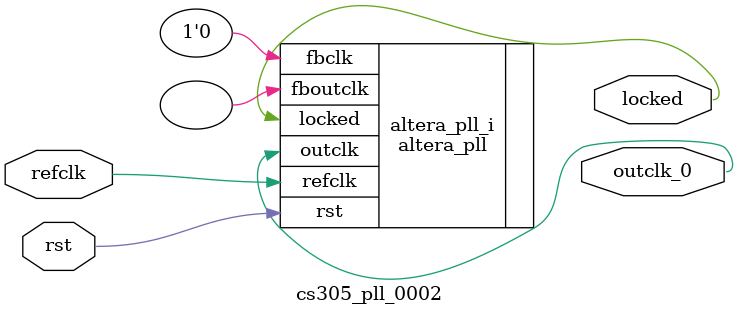
<source format=v>
`timescale 1ns/10ps
module  cs305_pll_0002(

	// interface 'refclk'
	input wire refclk,

	// interface 'reset'
	input wire rst,

	// interface 'outclk0'
	output wire outclk_0,

	// interface 'locked'
	output wire locked
);

	altera_pll #(
		.fractional_vco_multiplier("false"),
		.reference_clock_frequency("50.0 MHz"),
		.operation_mode("direct"),
		.number_of_clocks(1),
		.output_clock_frequency0("25.000000 MHz"),
		.phase_shift0("0 ps"),
		.duty_cycle0(50),
		.output_clock_frequency1("0 MHz"),
		.phase_shift1("0 ps"),
		.duty_cycle1(50),
		.output_clock_frequency2("0 MHz"),
		.phase_shift2("0 ps"),
		.duty_cycle2(50),
		.output_clock_frequency3("0 MHz"),
		.phase_shift3("0 ps"),
		.duty_cycle3(50),
		.output_clock_frequency4("0 MHz"),
		.phase_shift4("0 ps"),
		.duty_cycle4(50),
		.output_clock_frequency5("0 MHz"),
		.phase_shift5("0 ps"),
		.duty_cycle5(50),
		.output_clock_frequency6("0 MHz"),
		.phase_shift6("0 ps"),
		.duty_cycle6(50),
		.output_clock_frequency7("0 MHz"),
		.phase_shift7("0 ps"),
		.duty_cycle7(50),
		.output_clock_frequency8("0 MHz"),
		.phase_shift8("0 ps"),
		.duty_cycle8(50),
		.output_clock_frequency9("0 MHz"),
		.phase_shift9("0 ps"),
		.duty_cycle9(50),
		.output_clock_frequency10("0 MHz"),
		.phase_shift10("0 ps"),
		.duty_cycle10(50),
		.output_clock_frequency11("0 MHz"),
		.phase_shift11("0 ps"),
		.duty_cycle11(50),
		.output_clock_frequency12("0 MHz"),
		.phase_shift12("0 ps"),
		.duty_cycle12(50),
		.output_clock_frequency13("0 MHz"),
		.phase_shift13("0 ps"),
		.duty_cycle13(50),
		.output_clock_frequency14("0 MHz"),
		.phase_shift14("0 ps"),
		.duty_cycle14(50),
		.output_clock_frequency15("0 MHz"),
		.phase_shift15("0 ps"),
		.duty_cycle15(50),
		.output_clock_frequency16("0 MHz"),
		.phase_shift16("0 ps"),
		.duty_cycle16(50),
		.output_clock_frequency17("0 MHz"),
		.phase_shift17("0 ps"),
		.duty_cycle17(50),
		.pll_type("General"),
		.pll_subtype("General")
	) altera_pll_i (
		.rst	(rst),
		.outclk	({outclk_0}),
		.locked	(locked),
		.fboutclk	( ),
		.fbclk	(1'b0),
		.refclk	(refclk)
	);
endmodule


</source>
